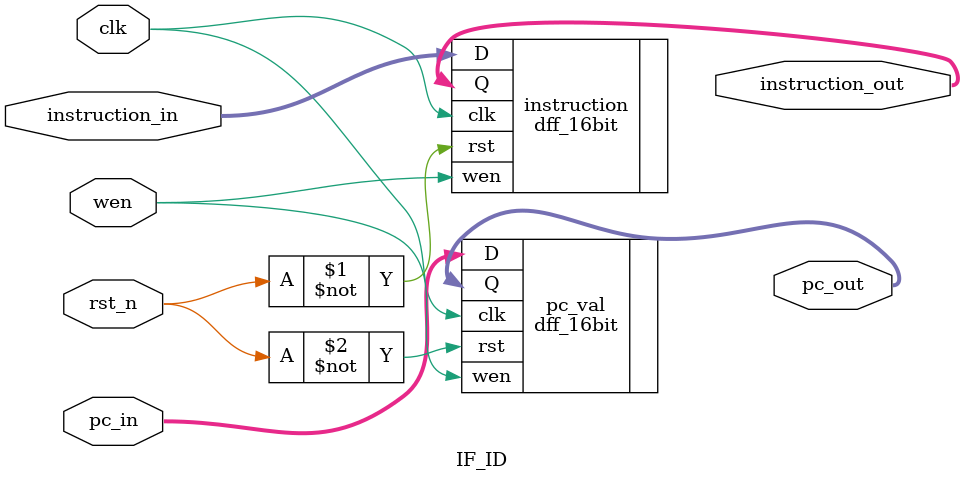
<source format=sv>
module IF_ID(clk, rst_n, instruction_in, pc_in, instruction_out, pc_out,wen);

input clk, rst_n,wen;
input [15:0] instruction_in, pc_in;
output [15:0] instruction_out, pc_out;

dff_16bit instruction(.D(instruction_in), .clk(clk), .rst(~rst_n), .Q(instruction_out), .wen(wen));
dff_16bit pc_val(.D(pc_in), .clk(clk), .rst(~rst_n), .Q(pc_out), .wen(wen));

endmodule

</source>
